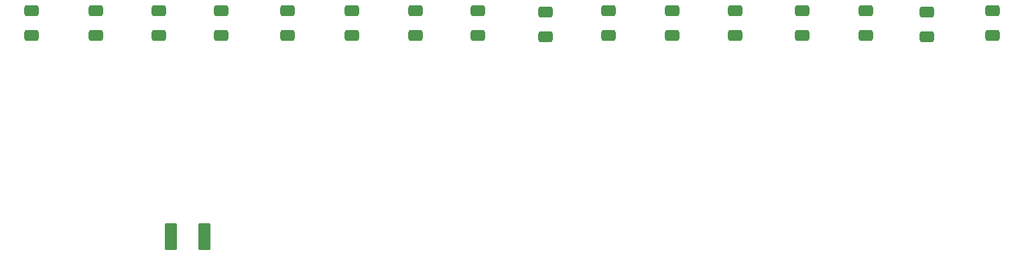
<source format=gbr>
%TF.GenerationSoftware,KiCad,Pcbnew,8.0.3-1.fc40*%
%TF.CreationDate,2024-07-09T23:55:12-04:00*%
%TF.ProjectId,boards_v3,626f6172-6473-45f7-9633-2e6b69636164,rev?*%
%TF.SameCoordinates,Original*%
%TF.FileFunction,Paste,Bot*%
%TF.FilePolarity,Positive*%
%FSLAX46Y46*%
G04 Gerber Fmt 4.6, Leading zero omitted, Abs format (unit mm)*
G04 Created by KiCad (PCBNEW 8.0.3-1.fc40) date 2024-07-09 23:55:12*
%MOMM*%
%LPD*%
G01*
G04 APERTURE LIST*
G04 Aperture macros list*
%AMRoundRect*
0 Rectangle with rounded corners*
0 $1 Rounding radius*
0 $2 $3 $4 $5 $6 $7 $8 $9 X,Y pos of 4 corners*
0 Add a 4 corners polygon primitive as box body*
4,1,4,$2,$3,$4,$5,$6,$7,$8,$9,$2,$3,0*
0 Add four circle primitives for the rounded corners*
1,1,$1+$1,$2,$3*
1,1,$1+$1,$4,$5*
1,1,$1+$1,$6,$7*
1,1,$1+$1,$8,$9*
0 Add four rect primitives between the rounded corners*
20,1,$1+$1,$2,$3,$4,$5,0*
20,1,$1+$1,$4,$5,$6,$7,0*
20,1,$1+$1,$6,$7,$8,$9,0*
20,1,$1+$1,$8,$9,$2,$3,0*%
G04 Aperture macros list end*
%ADD10RoundRect,0.250000X-0.537500X-1.450000X0.537500X-1.450000X0.537500X1.450000X-0.537500X1.450000X0*%
%ADD11RoundRect,0.250000X-0.650000X0.412500X-0.650000X-0.412500X0.650000X-0.412500X0.650000X0.412500X0*%
G04 APERTURE END LIST*
D10*
%TO.C,C18*%
X85000000Y-64500000D03*
X89275000Y-64500000D03*
%TD*%
D11*
%TO.C,C17*%
X140300000Y-35937500D03*
X140300000Y-39062500D03*
%TD*%
%TO.C,C16*%
X148300000Y-35937500D03*
X148300000Y-39062500D03*
%TD*%
%TO.C,C15*%
X132300000Y-36037500D03*
X132300000Y-39162500D03*
%TD*%
%TO.C,C14*%
X123800000Y-35937500D03*
X123800000Y-39062500D03*
%TD*%
%TO.C,C12*%
X156300000Y-35937500D03*
X156300000Y-39062500D03*
%TD*%
%TO.C,C11*%
X172800000Y-35937500D03*
X172800000Y-39062500D03*
%TD*%
%TO.C,C9*%
X115900000Y-35937500D03*
X115900000Y-39062500D03*
%TD*%
%TO.C,C8*%
X107900000Y-35937500D03*
X107900000Y-39062500D03*
%TD*%
%TO.C,C7*%
X99700000Y-35937500D03*
X99700000Y-39062500D03*
%TD*%
%TO.C,C6*%
X91400000Y-35937500D03*
X91400000Y-39062500D03*
%TD*%
%TO.C,C5*%
X180500000Y-39162500D03*
X180500000Y-36037500D03*
%TD*%
%TO.C,C4*%
X164800000Y-35937500D03*
X164800000Y-39062500D03*
%TD*%
%TO.C,C3*%
X83500000Y-35937500D03*
X83500000Y-39062500D03*
%TD*%
%TO.C,C2*%
X75500000Y-35937500D03*
X75500000Y-39062500D03*
%TD*%
%TO.C,C1*%
X67400000Y-35937500D03*
X67400000Y-39062500D03*
%TD*%
%TO.C,C10*%
X188800000Y-35937500D03*
X188800000Y-39062500D03*
%TD*%
M02*

</source>
